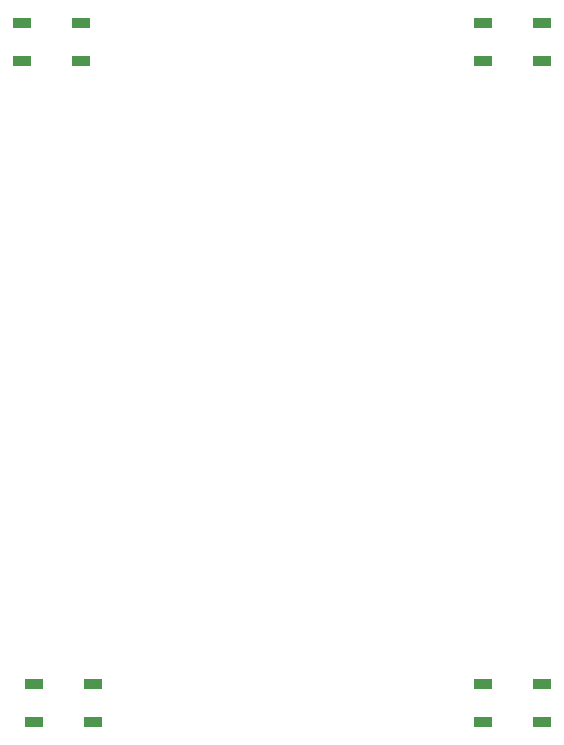
<source format=gbp>
G04 #@! TF.GenerationSoftware,KiCad,Pcbnew,(5.1.4)-1*
G04 #@! TF.CreationDate,2019-10-28T18:01:08-07:00*
G04 #@! TF.ProjectId,louwii-pad,6c6f7577-6969-42d7-9061-642e6b696361,rev?*
G04 #@! TF.SameCoordinates,Original*
G04 #@! TF.FileFunction,Paste,Bot*
G04 #@! TF.FilePolarity,Positive*
%FSLAX46Y46*%
G04 Gerber Fmt 4.6, Leading zero omitted, Abs format (unit mm)*
G04 Created by KiCad (PCBNEW (5.1.4)-1) date 2019-10-28 18:01:08*
%MOMM*%
%LPD*%
G04 APERTURE LIST*
%ADD10R,1.501140X0.899160*%
G04 APERTURE END LIST*
D10*
X131500640Y-64400200D03*
X131500640Y-61199800D03*
X136499360Y-61199800D03*
X136499360Y-64400200D03*
X170500640Y-61199800D03*
X170500640Y-64400200D03*
X175499360Y-64400200D03*
X175499360Y-61199800D03*
X175499360Y-120400200D03*
X175499360Y-117199800D03*
X170500640Y-117199800D03*
X170500640Y-120400200D03*
X132500640Y-120400200D03*
X132500640Y-117199800D03*
X137499360Y-117199800D03*
X137499360Y-120400200D03*
M02*

</source>
